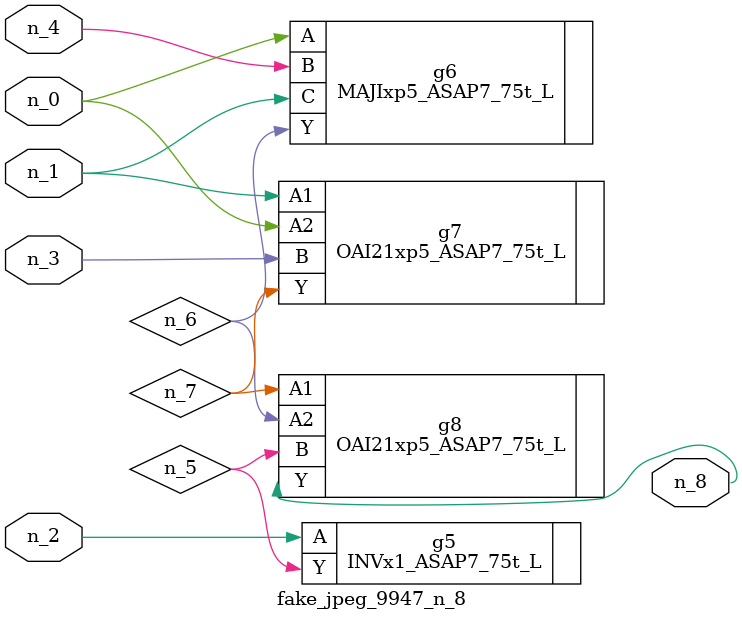
<source format=v>
module fake_jpeg_9947_n_8 (n_3, n_2, n_1, n_0, n_4, n_8);

input n_3;
input n_2;
input n_1;
input n_0;
input n_4;

output n_8;

wire n_6;
wire n_5;
wire n_7;

INVx1_ASAP7_75t_L g5 ( 
.A(n_2),
.Y(n_5)
);

MAJIxp5_ASAP7_75t_L g6 ( 
.A(n_0),
.B(n_4),
.C(n_1),
.Y(n_6)
);

OAI21xp5_ASAP7_75t_L g7 ( 
.A1(n_1),
.A2(n_0),
.B(n_3),
.Y(n_7)
);

OAI21xp5_ASAP7_75t_L g8 ( 
.A1(n_7),
.A2(n_6),
.B(n_5),
.Y(n_8)
);


endmodule
</source>
